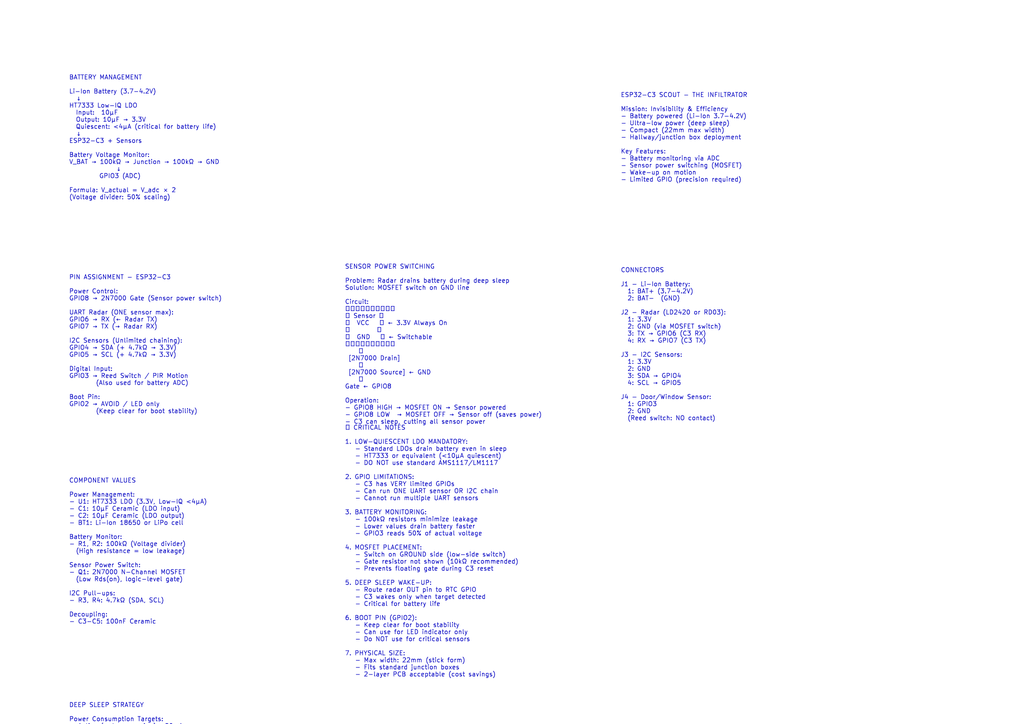
<source format=kicad_sch>
(kicad_sch (version 20231120) (generator "eeschema") (generator_version "8.0")
  (paper "A4")
  (title_block (title "ESP32-C3 Scout - Battery Powered Infiltrator") (date "2025-12-06") (rev "1.0") (company "Vanguard AI System"))
  (lib_symbols
    (symbol "power:+BATT" (power) (pin_names (offset 0))
      (property "Reference" "#PWR" (at 0 0 0))
      (property "Value" "+BATT" (at 0 3.81 0))
    )
    (symbol "power:+3V3" (power) (pin_names (offset 0))
      (property "Reference" "#PWR" (at 0 0 0))
      (property "Value" "+3V3" (at 0 3.81 0))
    )
    (symbol "power:GND" (power) (pin_names (offset 0))
      (property "Reference" "#PWR" (at 0 0 0))
      (property "Value" "GND" (at 0 -3.81 0))
    )
  )
  (text "ESP32-C3 SCOUT - THE INFILTRATOR\n\nMission: Invisibility & Efficiency\n- Battery powered (Li-Ion 3.7-4.2V)\n- Ultra-low power (deep sleep)\n- Compact (22mm max width)\n- Hallway/junction box deployment\n\nKey Features:\n- Battery monitoring via ADC\n- Sensor power switching (MOSFET)\n- Wake-up on motion\n- Limited GPIO (precision required)" (at 180 40 0) (effects (font (size 1.27 1.27)) (justify left)))
  (text "BATTERY MANAGEMENT\n\nLi-Ion Battery (3.7-4.2V)\n  ↓\nHT7333 Low-IQ LDO\n  Input:  10µF\n  Output: 10µF → 3.3V\n  Quiescent: <4µA (critical for battery life)\n  ↓\nESP32-C3 + Sensors\n\nBattery Voltage Monitor:\nV_BAT → 100kΩ → Junction → 100kΩ → GND\n              ↓\n         GPIO3 (ADC)\n         \nFormula: V_actual = V_adc × 2\n(Voltage divider: 50% scaling)" (at 20 40 0) (effects (font (size 1.27 1.27)) (justify left)))
  (text "PIN ASSIGNMENT - ESP32-C3\n\nPower Control:\nGPIO8 → 2N7000 Gate (Sensor power switch)\n\nUART Radar (ONE sensor max):\nGPIO6 → RX (← Radar TX)\nGPIO7 → TX (→ Radar RX)\n\nI2C Sensors (Unlimited chaining):\nGPIO4 → SDA (+ 4.7kΩ → 3.3V)\nGPIO5 → SCL (+ 4.7kΩ → 3.3V)\n\nDigital Input:\nGPIO3 → Reed Switch / PIR Motion\n        (Also used for battery ADC)\n\nBoot Pin:\nGPIO2 → AVOID / LED only\n        (Keep clear for boot stability)" (at 20 100 0) (effects (font (size 1.27 1.27)) (justify left)))
  (text "SENSOR POWER SWITCHING\n\nProblem: Radar drains battery during deep sleep\nSolution: MOSFET switch on GND line\n\nCircuit:\n┌────────┐\n│ Sensor │\n│  VCC   │ ← 3.3V Always On\n│        │\n│  GND   │ ← Switchable\n└───┬────┘\n    │\n [2N7000 Drain]\n    │\n [2N7000 Source] ← GND\n    │\nGate ← GPIO8\n\nOperation:\n- GPIO8 HIGH → MOSFET ON → Sensor powered\n- GPIO8 LOW  → MOSFET OFF → Sensor off (saves power)\n- C3 can sleep, cutting all sensor power" (at 100 100 0) (effects (font (size 1.27 1.27)) (justify left)))
  (text "CONNECTORS\n\nJ1 - Li-Ion Battery:\n  1: BAT+ (3.7-4.2V)\n  2: BAT-  (GND)\n\nJ2 - Radar (LD2420 or RD03):\n  1: 3.3V\n  2: GND (via MOSFET switch)\n  3: TX → GPIO6 (C3 RX)\n  4: RX → GPIO7 (C3 TX)\n\nJ3 - I2C Sensors:\n  1: 3.3V\n  2: GND\n  3: SDA → GPIO4\n  4: SCL → GPIO5\n\nJ4 - Door/Window Sensor:\n  1: GPIO3\n  2: GND\n  (Reed switch: NO contact)" (at 180 100 0) (effects (font (size 1.27 1.27)) (justify left)))
  (text "COMPONENT VALUES\n\nPower Management:\n- U1: HT7333 LDO (3.3V, Low-IQ <4µA)\n- C1: 10µF Ceramic (LDO input)\n- C2: 10µF Ceramic (LDO output)\n- BT1: Li-Ion 18650 or LiPo cell\n\nBattery Monitor:\n- R1, R2: 100kΩ (Voltage divider)\n  (High resistance = low leakage)\n\nSensor Power Switch:\n- Q1: 2N7000 N-Channel MOSFET\n  (Low Rds(on), logic-level gate)\n\nI2C Pull-ups:\n- R3, R4: 4.7kΩ (SDA, SCL)\n\nDecoupling:\n- C3-C5: 100nF Ceramic" (at 20 160 0) (effects (font (size 1.27 1.27)) (justify left)))
  (text "⚠️ CRITICAL NOTES\n\n1. LOW-QUIESCENT LDO MANDATORY:\n   - Standard LDOs drain battery even in sleep\n   - HT7333 or equivalent (<10µA quiescent)\n   - DO NOT use standard AMS1117/LM1117\n   \n2. GPIO LIMITATIONS:\n   - C3 has VERY limited GPIOs\n   - Can run ONE UART sensor OR I2C chain\n   - Cannot run multiple UART sensors\n   \n3. BATTERY MONITORING:\n   - 100kΩ resistors minimize leakage\n   - Lower values drain battery faster\n   - GPIO3 reads 50% of actual voltage\n   \n4. MOSFET PLACEMENT:\n   - Switch on GROUND side (low-side switch)\n   - Gate resistor not shown (10kΩ recommended)\n   - Prevents floating gate during C3 reset\n   \n5. DEEP SLEEP WAKE-UP:\n   - Route radar OUT pin to RTC GPIO\n   - C3 wakes only when target detected\n   - Critical for battery life\n   \n6. BOOT PIN (GPIO2):\n   - Keep clear for boot stability\n   - Can use for LED indicator only\n   - Do NOT use for critical sensors\n   \n7. PHYSICAL SIZE:\n   - Max width: 22mm (stick form)\n   - Fits standard junction boxes\n   - 2-layer PCB acceptable (cost savings)" (at 100 160 0) (effects (font (size 1.27 1.27)) (justify left)))
  (text "DEEP SLEEP STRATEGY\n\nPower Consumption Targets:\n- Active (radar scanning): ~80mA\n- Light sleep: ~800µA\n- Deep sleep: <10µA\n\nBattery Life Calculation:\n18650 cell (3000mAh):\n- Continuous active: ~37 hours\n- 95% deep sleep: ~3-6 months\n\nWake Sources:\n- Radar detection (via RTC GPIO)\n- Timer wake (hourly check-in)\n- External interrupt (reed switch)" (at 20 220 0) (effects (font (size 1.27 1.27)) (justify left)))
)
</source>
